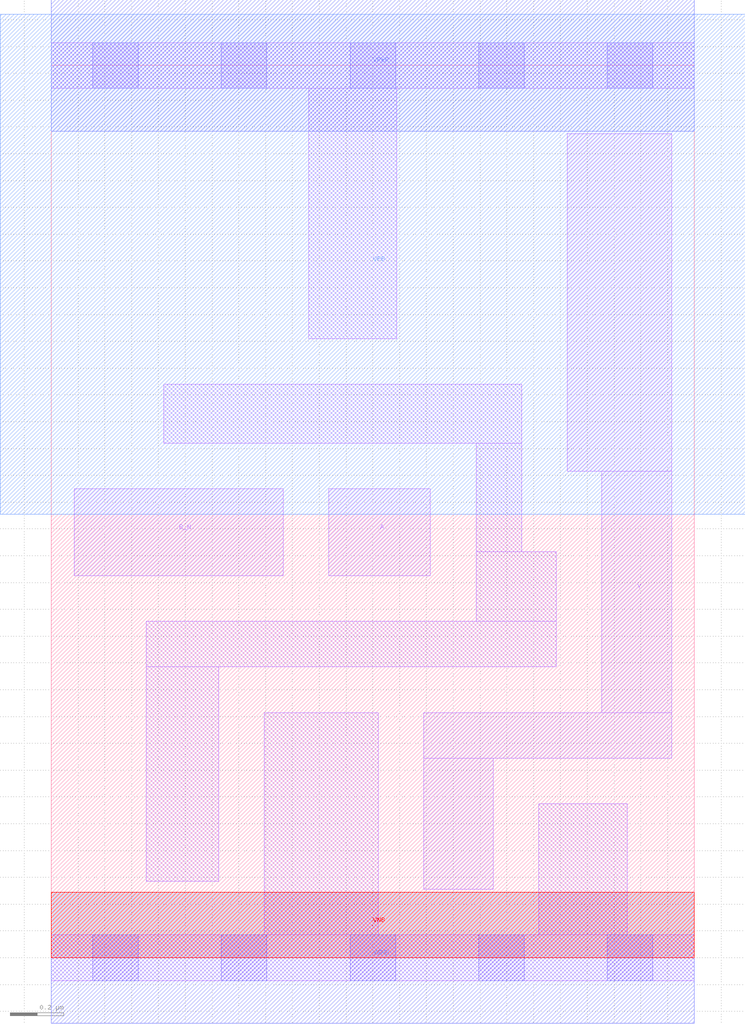
<source format=lef>
# Copyright 2020 The SkyWater PDK Authors
#
# Licensed under the Apache License, Version 2.0 (the "License");
# you may not use this file except in compliance with the License.
# You may obtain a copy of the License at
#
#     https://www.apache.org/licenses/LICENSE-2.0
#
# Unless required by applicable law or agreed to in writing, software
# distributed under the License is distributed on an "AS IS" BASIS,
# WITHOUT WARRANTIES OR CONDITIONS OF ANY KIND, either express or implied.
# See the License for the specific language governing permissions and
# limitations under the License.
#
# SPDX-License-Identifier: Apache-2.0

VERSION 5.7 ;
  NOWIREEXTENSIONATPIN ON ;
  DIVIDERCHAR "/" ;
  BUSBITCHARS "[]" ;
MACRO sky130_fd_sc_lp__nor2b_1
  CLASS CORE ;
  FOREIGN sky130_fd_sc_lp__nor2b_1 ;
  ORIGIN  0.000000  0.000000 ;
  SIZE  2.400000 BY  3.330000 ;
  SYMMETRY X Y R90 ;
  SITE unit ;
  PIN A
    ANTENNAGATEAREA  0.315000 ;
    DIRECTION INPUT ;
    USE SIGNAL ;
    PORT
      LAYER li1 ;
        RECT 1.035000 1.425000 1.415000 1.750000 ;
    END
  END A
  PIN B_N
    ANTENNAGATEAREA  0.126000 ;
    DIRECTION INPUT ;
    USE SIGNAL ;
    PORT
      LAYER li1 ;
        RECT 0.085000 1.425000 0.865000 1.750000 ;
    END
  END B_N
  PIN Y
    ANTENNADIFFAREA  0.852600 ;
    DIRECTION OUTPUT ;
    USE SIGNAL ;
    PORT
      LAYER li1 ;
        RECT 1.390000 0.255000 1.650000 0.745000 ;
        RECT 1.390000 0.745000 2.315000 0.915000 ;
        RECT 1.925000 1.815000 2.315000 3.075000 ;
        RECT 2.055000 0.915000 2.315000 1.815000 ;
    END
  END Y
  PIN VGND
    DIRECTION INOUT ;
    USE GROUND ;
    PORT
      LAYER met1 ;
        RECT 0.000000 -0.245000 2.400000 0.245000 ;
    END
  END VGND
  PIN VNB
    DIRECTION INOUT ;
    USE GROUND ;
    PORT
      LAYER pwell ;
        RECT 0.000000 0.000000 2.400000 0.245000 ;
    END
  END VNB
  PIN VPB
    DIRECTION INOUT ;
    USE POWER ;
    PORT
      LAYER nwell ;
        RECT -0.190000 1.655000 2.590000 3.520000 ;
    END
  END VPB
  PIN VPWR
    DIRECTION INOUT ;
    USE POWER ;
    PORT
      LAYER met1 ;
        RECT 0.000000 3.085000 2.400000 3.575000 ;
    END
  END VPWR
  OBS
    LAYER li1 ;
      RECT 0.000000 -0.085000 2.400000 0.085000 ;
      RECT 0.000000  3.245000 2.400000 3.415000 ;
      RECT 0.355000  0.285000 0.625000 1.085000 ;
      RECT 0.355000  1.085000 1.885000 1.255000 ;
      RECT 0.420000  1.920000 1.755000 2.140000 ;
      RECT 0.795000  0.085000 1.220000 0.915000 ;
      RECT 0.960000  2.310000 1.290000 3.245000 ;
      RECT 1.585000  1.255000 1.885000 1.515000 ;
      RECT 1.585000  1.515000 1.755000 1.920000 ;
      RECT 1.820000  0.085000 2.150000 0.575000 ;
    LAYER mcon ;
      RECT 0.155000 -0.085000 0.325000 0.085000 ;
      RECT 0.155000  3.245000 0.325000 3.415000 ;
      RECT 0.635000 -0.085000 0.805000 0.085000 ;
      RECT 0.635000  3.245000 0.805000 3.415000 ;
      RECT 1.115000 -0.085000 1.285000 0.085000 ;
      RECT 1.115000  3.245000 1.285000 3.415000 ;
      RECT 1.595000 -0.085000 1.765000 0.085000 ;
      RECT 1.595000  3.245000 1.765000 3.415000 ;
      RECT 2.075000 -0.085000 2.245000 0.085000 ;
      RECT 2.075000  3.245000 2.245000 3.415000 ;
  END
END sky130_fd_sc_lp__nor2b_1
END LIBRARY

</source>
